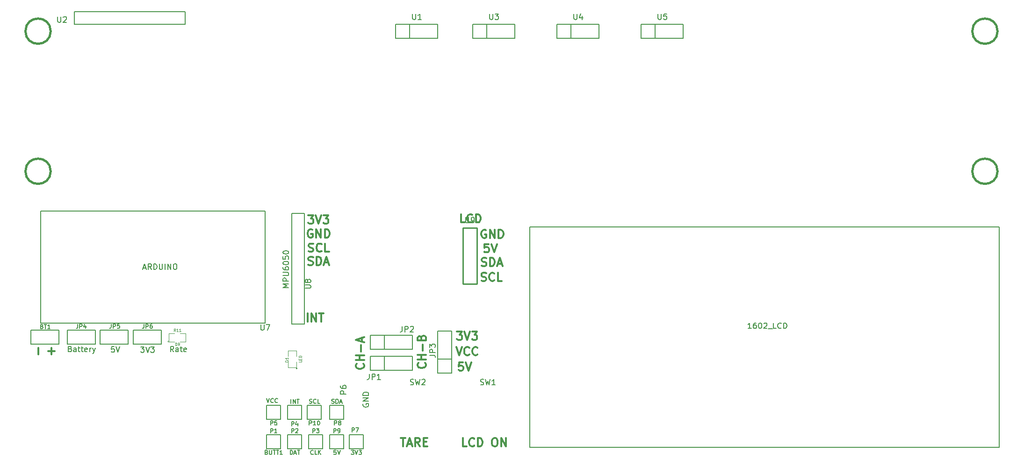
<source format=gto>
G04 (created by PCBNEW (2013-07-07 BZR 4022)-stable) date 2020-03-17 3:52:32 PM*
%MOIN*%
G04 Gerber Fmt 3.4, Leading zero omitted, Abs format*
%FSLAX34Y34*%
G01*
G70*
G90*
G04 APERTURE LIST*
%ADD10C,0.00590551*%
%ADD11C,0.00787402*%
%ADD12C,0.011811*%
%ADD13C,0.015*%
%ADD14C,0.0039*%
%ADD15C,0.006*%
%ADD16C,0.01*%
%ADD17C,0.0043*%
%ADD18C,0.008*%
G04 APERTURE END LIST*
G54D10*
G54D11*
X70662Y-47887D02*
X70531Y-47700D01*
X70437Y-47887D02*
X70437Y-47494D01*
X70587Y-47494D01*
X70625Y-47512D01*
X70643Y-47531D01*
X70662Y-47568D01*
X70662Y-47625D01*
X70643Y-47662D01*
X70625Y-47681D01*
X70587Y-47700D01*
X70437Y-47700D01*
X71000Y-47887D02*
X71000Y-47681D01*
X70981Y-47643D01*
X70943Y-47625D01*
X70868Y-47625D01*
X70831Y-47643D01*
X71000Y-47868D02*
X70962Y-47887D01*
X70868Y-47887D01*
X70831Y-47868D01*
X70812Y-47831D01*
X70812Y-47793D01*
X70831Y-47756D01*
X70868Y-47737D01*
X70962Y-47737D01*
X71000Y-47718D01*
X71131Y-47625D02*
X71281Y-47625D01*
X71187Y-47494D02*
X71187Y-47831D01*
X71206Y-47868D01*
X71243Y-47887D01*
X71281Y-47887D01*
X71562Y-47868D02*
X71524Y-47887D01*
X71449Y-47887D01*
X71412Y-47868D01*
X71393Y-47831D01*
X71393Y-47681D01*
X71412Y-47643D01*
X71449Y-47625D01*
X71524Y-47625D01*
X71562Y-47643D01*
X71581Y-47681D01*
X71581Y-47718D01*
X71393Y-47756D01*
X68323Y-47537D02*
X68567Y-47537D01*
X68436Y-47687D01*
X68492Y-47687D01*
X68529Y-47706D01*
X68548Y-47724D01*
X68567Y-47762D01*
X68567Y-47856D01*
X68548Y-47893D01*
X68529Y-47912D01*
X68492Y-47931D01*
X68379Y-47931D01*
X68342Y-47912D01*
X68323Y-47893D01*
X68679Y-47537D02*
X68811Y-47931D01*
X68942Y-47537D01*
X69035Y-47537D02*
X69279Y-47537D01*
X69148Y-47687D01*
X69204Y-47687D01*
X69242Y-47706D01*
X69260Y-47724D01*
X69279Y-47762D01*
X69279Y-47856D01*
X69260Y-47893D01*
X69242Y-47912D01*
X69204Y-47931D01*
X69092Y-47931D01*
X69054Y-47912D01*
X69035Y-47893D01*
X66436Y-47525D02*
X66249Y-47525D01*
X66230Y-47712D01*
X66249Y-47694D01*
X66286Y-47675D01*
X66380Y-47675D01*
X66418Y-47694D01*
X66436Y-47712D01*
X66455Y-47750D01*
X66455Y-47844D01*
X66436Y-47881D01*
X66418Y-47900D01*
X66380Y-47919D01*
X66286Y-47919D01*
X66249Y-47900D01*
X66230Y-47881D01*
X66568Y-47525D02*
X66699Y-47919D01*
X66830Y-47525D01*
X63282Y-47681D02*
X63339Y-47700D01*
X63357Y-47718D01*
X63376Y-47756D01*
X63376Y-47812D01*
X63357Y-47850D01*
X63339Y-47868D01*
X63301Y-47887D01*
X63151Y-47887D01*
X63151Y-47494D01*
X63282Y-47494D01*
X63320Y-47512D01*
X63339Y-47531D01*
X63357Y-47568D01*
X63357Y-47606D01*
X63339Y-47643D01*
X63320Y-47662D01*
X63282Y-47681D01*
X63151Y-47681D01*
X63714Y-47887D02*
X63714Y-47681D01*
X63695Y-47643D01*
X63657Y-47625D01*
X63582Y-47625D01*
X63545Y-47643D01*
X63714Y-47868D02*
X63676Y-47887D01*
X63582Y-47887D01*
X63545Y-47868D01*
X63526Y-47831D01*
X63526Y-47793D01*
X63545Y-47756D01*
X63582Y-47737D01*
X63676Y-47737D01*
X63714Y-47718D01*
X63845Y-47625D02*
X63995Y-47625D01*
X63901Y-47494D02*
X63901Y-47831D01*
X63920Y-47868D01*
X63957Y-47887D01*
X63995Y-47887D01*
X64070Y-47625D02*
X64220Y-47625D01*
X64126Y-47494D02*
X64126Y-47831D01*
X64145Y-47868D01*
X64182Y-47887D01*
X64220Y-47887D01*
X64501Y-47868D02*
X64464Y-47887D01*
X64389Y-47887D01*
X64351Y-47868D01*
X64332Y-47831D01*
X64332Y-47681D01*
X64351Y-47643D01*
X64389Y-47625D01*
X64464Y-47625D01*
X64501Y-47643D01*
X64520Y-47681D01*
X64520Y-47718D01*
X64332Y-47756D01*
X64688Y-47887D02*
X64688Y-47625D01*
X64688Y-47700D02*
X64707Y-47662D01*
X64726Y-47643D01*
X64763Y-47625D01*
X64801Y-47625D01*
X64895Y-47625D02*
X64988Y-47887D01*
X65082Y-47625D02*
X64988Y-47887D01*
X64951Y-47981D01*
X64932Y-48000D01*
X64895Y-48018D01*
G54D12*
X86850Y-54038D02*
X87187Y-54038D01*
X87019Y-54628D02*
X87019Y-54038D01*
X87356Y-54460D02*
X87637Y-54460D01*
X87300Y-54628D02*
X87497Y-54038D01*
X87694Y-54628D01*
X88228Y-54628D02*
X88031Y-54347D01*
X87890Y-54628D02*
X87890Y-54038D01*
X88115Y-54038D01*
X88172Y-54066D01*
X88200Y-54094D01*
X88228Y-54150D01*
X88228Y-54235D01*
X88200Y-54291D01*
X88172Y-54319D01*
X88115Y-54347D01*
X87890Y-54347D01*
X88481Y-54319D02*
X88678Y-54319D01*
X88762Y-54628D02*
X88481Y-54628D01*
X88481Y-54038D01*
X88762Y-54038D01*
X91567Y-54644D02*
X91286Y-54644D01*
X91286Y-54053D01*
X92101Y-54588D02*
X92073Y-54616D01*
X91989Y-54644D01*
X91933Y-54644D01*
X91848Y-54616D01*
X91792Y-54560D01*
X91764Y-54503D01*
X91736Y-54391D01*
X91736Y-54307D01*
X91764Y-54194D01*
X91792Y-54138D01*
X91848Y-54082D01*
X91933Y-54053D01*
X91989Y-54053D01*
X92073Y-54082D01*
X92101Y-54110D01*
X92354Y-54644D02*
X92354Y-54053D01*
X92495Y-54053D01*
X92579Y-54082D01*
X92636Y-54138D01*
X92664Y-54194D01*
X92692Y-54307D01*
X92692Y-54391D01*
X92664Y-54503D01*
X92636Y-54560D01*
X92579Y-54616D01*
X92495Y-54644D01*
X92354Y-54644D01*
X93507Y-54053D02*
X93620Y-54053D01*
X93676Y-54082D01*
X93732Y-54138D01*
X93760Y-54250D01*
X93760Y-54447D01*
X93732Y-54560D01*
X93676Y-54616D01*
X93620Y-54644D01*
X93507Y-54644D01*
X93451Y-54616D01*
X93395Y-54560D01*
X93367Y-54447D01*
X93367Y-54250D01*
X93395Y-54138D01*
X93451Y-54082D01*
X93507Y-54053D01*
X94014Y-54644D02*
X94014Y-54053D01*
X94351Y-54644D01*
X94351Y-54053D01*
X90812Y-47548D02*
X91009Y-48139D01*
X91206Y-47548D01*
X91740Y-48082D02*
X91712Y-48110D01*
X91628Y-48139D01*
X91571Y-48139D01*
X91487Y-48110D01*
X91431Y-48054D01*
X91403Y-47998D01*
X91375Y-47885D01*
X91375Y-47801D01*
X91403Y-47689D01*
X91431Y-47632D01*
X91487Y-47576D01*
X91571Y-47548D01*
X91628Y-47548D01*
X91712Y-47576D01*
X91740Y-47604D01*
X92331Y-48082D02*
X92303Y-48110D01*
X92218Y-48139D01*
X92162Y-48139D01*
X92078Y-48110D01*
X92021Y-48054D01*
X91993Y-47998D01*
X91965Y-47885D01*
X91965Y-47801D01*
X91993Y-47689D01*
X92021Y-47632D01*
X92078Y-47576D01*
X92162Y-47548D01*
X92218Y-47548D01*
X92303Y-47576D01*
X92331Y-47604D01*
X61014Y-48063D02*
X61014Y-47613D01*
X61958Y-48063D02*
X61958Y-47613D01*
X62183Y-47838D02*
X61733Y-47838D01*
X91287Y-48648D02*
X91006Y-48648D01*
X90978Y-48929D01*
X91006Y-48901D01*
X91062Y-48873D01*
X91203Y-48873D01*
X91259Y-48901D01*
X91287Y-48929D01*
X91315Y-48985D01*
X91315Y-49126D01*
X91287Y-49182D01*
X91259Y-49210D01*
X91203Y-49239D01*
X91062Y-49239D01*
X91006Y-49210D01*
X90978Y-49182D01*
X91484Y-48648D02*
X91681Y-49239D01*
X91878Y-48648D01*
X90868Y-46448D02*
X91234Y-46448D01*
X91037Y-46673D01*
X91121Y-46673D01*
X91178Y-46701D01*
X91206Y-46729D01*
X91234Y-46785D01*
X91234Y-46926D01*
X91206Y-46982D01*
X91178Y-47010D01*
X91121Y-47039D01*
X90953Y-47039D01*
X90896Y-47010D01*
X90868Y-46982D01*
X91403Y-46448D02*
X91600Y-47039D01*
X91796Y-46448D01*
X91937Y-46448D02*
X92303Y-46448D01*
X92106Y-46673D01*
X92190Y-46673D01*
X92246Y-46701D01*
X92274Y-46729D01*
X92303Y-46785D01*
X92303Y-46926D01*
X92274Y-46982D01*
X92246Y-47010D01*
X92190Y-47039D01*
X92021Y-47039D01*
X91965Y-47010D01*
X91937Y-46982D01*
X88582Y-48687D02*
X88610Y-48715D01*
X88639Y-48799D01*
X88639Y-48856D01*
X88610Y-48940D01*
X88554Y-48996D01*
X88498Y-49024D01*
X88385Y-49052D01*
X88301Y-49052D01*
X88189Y-49024D01*
X88132Y-48996D01*
X88076Y-48940D01*
X88048Y-48856D01*
X88048Y-48799D01*
X88076Y-48715D01*
X88104Y-48687D01*
X88639Y-48434D02*
X88048Y-48434D01*
X88329Y-48434D02*
X88329Y-48096D01*
X88639Y-48096D02*
X88048Y-48096D01*
X88414Y-47815D02*
X88414Y-47365D01*
X88329Y-46887D02*
X88357Y-46803D01*
X88385Y-46775D01*
X88442Y-46747D01*
X88526Y-46747D01*
X88582Y-46775D01*
X88610Y-46803D01*
X88639Y-46859D01*
X88639Y-47084D01*
X88048Y-47084D01*
X88048Y-46887D01*
X88076Y-46831D01*
X88104Y-46803D01*
X88160Y-46775D01*
X88217Y-46775D01*
X88273Y-46803D01*
X88301Y-46831D01*
X88329Y-46887D01*
X88329Y-47084D01*
X84182Y-48745D02*
X84210Y-48773D01*
X84239Y-48857D01*
X84239Y-48913D01*
X84210Y-48998D01*
X84154Y-49054D01*
X84098Y-49082D01*
X83985Y-49110D01*
X83901Y-49110D01*
X83789Y-49082D01*
X83732Y-49054D01*
X83676Y-48998D01*
X83648Y-48913D01*
X83648Y-48857D01*
X83676Y-48773D01*
X83704Y-48745D01*
X84239Y-48492D02*
X83648Y-48492D01*
X83929Y-48492D02*
X83929Y-48154D01*
X84239Y-48154D02*
X83648Y-48154D01*
X84014Y-47873D02*
X84014Y-47423D01*
X84070Y-47170D02*
X84070Y-46889D01*
X84239Y-47226D02*
X83648Y-47029D01*
X84239Y-46832D01*
X80215Y-45739D02*
X80215Y-45148D01*
X80496Y-45739D02*
X80496Y-45148D01*
X80834Y-45739D01*
X80834Y-45148D01*
X81031Y-45148D02*
X81368Y-45148D01*
X81199Y-45739D02*
X81199Y-45148D01*
X80281Y-40722D02*
X80365Y-40750D01*
X80506Y-40750D01*
X80562Y-40722D01*
X80590Y-40694D01*
X80618Y-40638D01*
X80618Y-40582D01*
X80590Y-40525D01*
X80562Y-40497D01*
X80506Y-40469D01*
X80393Y-40441D01*
X80337Y-40413D01*
X80309Y-40385D01*
X80281Y-40329D01*
X80281Y-40272D01*
X80309Y-40216D01*
X80337Y-40188D01*
X80393Y-40160D01*
X80534Y-40160D01*
X80618Y-40188D01*
X81209Y-40694D02*
X81181Y-40722D01*
X81096Y-40750D01*
X81040Y-40750D01*
X80956Y-40722D01*
X80899Y-40666D01*
X80871Y-40610D01*
X80843Y-40497D01*
X80843Y-40413D01*
X80871Y-40300D01*
X80899Y-40244D01*
X80956Y-40188D01*
X81040Y-40160D01*
X81096Y-40160D01*
X81181Y-40188D01*
X81209Y-40216D01*
X81743Y-40750D02*
X81462Y-40750D01*
X81462Y-40160D01*
X80267Y-41667D02*
X80351Y-41695D01*
X80492Y-41695D01*
X80548Y-41667D01*
X80576Y-41639D01*
X80604Y-41583D01*
X80604Y-41526D01*
X80576Y-41470D01*
X80548Y-41442D01*
X80492Y-41414D01*
X80379Y-41386D01*
X80323Y-41358D01*
X80295Y-41330D01*
X80267Y-41273D01*
X80267Y-41217D01*
X80295Y-41161D01*
X80323Y-41133D01*
X80379Y-41105D01*
X80520Y-41105D01*
X80604Y-41133D01*
X80857Y-41695D02*
X80857Y-41105D01*
X80998Y-41105D01*
X81082Y-41133D01*
X81138Y-41189D01*
X81167Y-41245D01*
X81195Y-41358D01*
X81195Y-41442D01*
X81167Y-41555D01*
X81138Y-41611D01*
X81082Y-41667D01*
X80998Y-41695D01*
X80857Y-41695D01*
X81420Y-41526D02*
X81701Y-41526D01*
X81363Y-41695D02*
X81560Y-41105D01*
X81757Y-41695D01*
X80550Y-39176D02*
X80493Y-39148D01*
X80409Y-39148D01*
X80325Y-39176D01*
X80268Y-39232D01*
X80240Y-39289D01*
X80212Y-39401D01*
X80212Y-39485D01*
X80240Y-39598D01*
X80268Y-39654D01*
X80325Y-39710D01*
X80409Y-39739D01*
X80465Y-39739D01*
X80550Y-39710D01*
X80578Y-39682D01*
X80578Y-39485D01*
X80465Y-39485D01*
X80831Y-39739D02*
X80831Y-39148D01*
X81168Y-39739D01*
X81168Y-39148D01*
X81449Y-39739D02*
X81449Y-39148D01*
X81590Y-39148D01*
X81674Y-39176D01*
X81731Y-39232D01*
X81759Y-39289D01*
X81787Y-39401D01*
X81787Y-39485D01*
X81759Y-39598D01*
X81731Y-39654D01*
X81674Y-39710D01*
X81590Y-39739D01*
X81449Y-39739D01*
X80268Y-38148D02*
X80634Y-38148D01*
X80437Y-38373D01*
X80521Y-38373D01*
X80578Y-38401D01*
X80606Y-38429D01*
X80634Y-38485D01*
X80634Y-38626D01*
X80606Y-38682D01*
X80578Y-38710D01*
X80521Y-38739D01*
X80353Y-38739D01*
X80296Y-38710D01*
X80268Y-38682D01*
X80803Y-38148D02*
X81000Y-38739D01*
X81196Y-38148D01*
X81337Y-38148D02*
X81703Y-38148D01*
X81506Y-38373D01*
X81590Y-38373D01*
X81646Y-38401D01*
X81674Y-38429D01*
X81703Y-38485D01*
X81703Y-38626D01*
X81674Y-38682D01*
X81646Y-38710D01*
X81590Y-38739D01*
X81421Y-38739D01*
X81365Y-38710D01*
X81337Y-38682D01*
X91432Y-38659D02*
X91151Y-38659D01*
X91151Y-38068D01*
X91966Y-38602D02*
X91938Y-38630D01*
X91854Y-38659D01*
X91797Y-38659D01*
X91713Y-38630D01*
X91657Y-38574D01*
X91629Y-38518D01*
X91600Y-38405D01*
X91600Y-38321D01*
X91629Y-38209D01*
X91657Y-38152D01*
X91713Y-38096D01*
X91797Y-38068D01*
X91854Y-38068D01*
X91938Y-38096D01*
X91966Y-38124D01*
X92219Y-38659D02*
X92219Y-38068D01*
X92360Y-38068D01*
X92444Y-38096D01*
X92500Y-38152D01*
X92528Y-38209D01*
X92557Y-38321D01*
X92557Y-38405D01*
X92528Y-38518D01*
X92500Y-38574D01*
X92444Y-38630D01*
X92360Y-38659D01*
X92219Y-38659D01*
X92935Y-39204D02*
X92879Y-39176D01*
X92795Y-39176D01*
X92710Y-39204D01*
X92654Y-39260D01*
X92626Y-39316D01*
X92598Y-39429D01*
X92598Y-39513D01*
X92626Y-39625D01*
X92654Y-39682D01*
X92710Y-39738D01*
X92795Y-39766D01*
X92851Y-39766D01*
X92935Y-39738D01*
X92964Y-39710D01*
X92964Y-39513D01*
X92851Y-39513D01*
X93217Y-39766D02*
X93217Y-39176D01*
X93554Y-39766D01*
X93554Y-39176D01*
X93835Y-39766D02*
X93835Y-39176D01*
X93976Y-39176D01*
X94060Y-39204D01*
X94116Y-39260D01*
X94145Y-39316D01*
X94173Y-39429D01*
X94173Y-39513D01*
X94145Y-39625D01*
X94116Y-39682D01*
X94060Y-39738D01*
X93976Y-39766D01*
X93835Y-39766D01*
X93115Y-40199D02*
X92834Y-40199D01*
X92806Y-40480D01*
X92834Y-40452D01*
X92890Y-40424D01*
X93031Y-40424D01*
X93087Y-40452D01*
X93115Y-40480D01*
X93143Y-40537D01*
X93143Y-40677D01*
X93115Y-40733D01*
X93087Y-40762D01*
X93031Y-40790D01*
X92890Y-40790D01*
X92834Y-40762D01*
X92806Y-40733D01*
X93312Y-40199D02*
X93509Y-40790D01*
X93706Y-40199D01*
X92604Y-42809D02*
X92688Y-42837D01*
X92829Y-42837D01*
X92885Y-42809D01*
X92913Y-42781D01*
X92941Y-42724D01*
X92941Y-42668D01*
X92913Y-42612D01*
X92885Y-42584D01*
X92829Y-42556D01*
X92716Y-42528D01*
X92660Y-42500D01*
X92632Y-42471D01*
X92604Y-42415D01*
X92604Y-42359D01*
X92632Y-42303D01*
X92660Y-42275D01*
X92716Y-42246D01*
X92857Y-42246D01*
X92941Y-42275D01*
X93532Y-42781D02*
X93503Y-42809D01*
X93419Y-42837D01*
X93363Y-42837D01*
X93278Y-42809D01*
X93222Y-42753D01*
X93194Y-42696D01*
X93166Y-42584D01*
X93166Y-42500D01*
X93194Y-42387D01*
X93222Y-42331D01*
X93278Y-42275D01*
X93363Y-42246D01*
X93419Y-42246D01*
X93503Y-42275D01*
X93532Y-42303D01*
X94066Y-42837D02*
X93785Y-42837D01*
X93785Y-42246D01*
X92629Y-41746D02*
X92713Y-41774D01*
X92854Y-41774D01*
X92910Y-41746D01*
X92938Y-41718D01*
X92966Y-41661D01*
X92966Y-41605D01*
X92938Y-41549D01*
X92910Y-41521D01*
X92854Y-41493D01*
X92741Y-41465D01*
X92685Y-41437D01*
X92657Y-41408D01*
X92629Y-41352D01*
X92629Y-41296D01*
X92657Y-41240D01*
X92685Y-41212D01*
X92741Y-41183D01*
X92882Y-41183D01*
X92966Y-41212D01*
X93219Y-41774D02*
X93219Y-41183D01*
X93360Y-41183D01*
X93444Y-41212D01*
X93501Y-41268D01*
X93529Y-41324D01*
X93557Y-41437D01*
X93557Y-41521D01*
X93529Y-41633D01*
X93501Y-41690D01*
X93444Y-41746D01*
X93360Y-41774D01*
X93219Y-41774D01*
X93782Y-41605D02*
X94063Y-41605D01*
X93726Y-41774D02*
X93922Y-41183D01*
X94119Y-41774D01*
G54D13*
X61900Y-25000D02*
G75*
G03X61900Y-25000I-900J0D01*
G74*
G01*
X61900Y-35000D02*
G75*
G03X61900Y-35000I-900J0D01*
G74*
G01*
X129400Y-25000D02*
G75*
G03X129400Y-25000I-900J0D01*
G74*
G01*
X129400Y-35000D02*
G75*
G03X129400Y-35000I-900J0D01*
G74*
G01*
G54D14*
X79483Y-49075D02*
G75*
G03X79483Y-49075I-50J0D01*
G74*
G01*
X79433Y-48625D02*
X79433Y-49025D01*
X79433Y-49025D02*
X78833Y-49025D01*
X78833Y-49025D02*
X78833Y-48625D01*
X78833Y-48225D02*
X78833Y-47825D01*
X78833Y-47825D02*
X79433Y-47825D01*
X79433Y-47825D02*
X79433Y-48225D01*
G54D15*
X84700Y-49200D02*
X84700Y-48200D01*
X84700Y-48200D02*
X87700Y-48200D01*
X87700Y-48200D02*
X87700Y-49200D01*
X87700Y-49200D02*
X84700Y-49200D01*
X85700Y-48200D02*
X85700Y-49200D01*
X84700Y-47700D02*
X84700Y-46700D01*
X84700Y-46700D02*
X87700Y-46700D01*
X87700Y-46700D02*
X87700Y-47700D01*
X87700Y-47700D02*
X84700Y-47700D01*
X85700Y-46700D02*
X85700Y-47700D01*
X90500Y-49400D02*
X89500Y-49400D01*
X89500Y-49400D02*
X89500Y-46400D01*
X89500Y-46400D02*
X90500Y-46400D01*
X90500Y-46400D02*
X90500Y-49400D01*
X89500Y-48400D02*
X90500Y-48400D01*
X62500Y-46350D02*
X62500Y-47350D01*
X62500Y-47350D02*
X60500Y-47350D01*
X60500Y-47350D02*
X60500Y-46350D01*
X60500Y-46350D02*
X62500Y-46350D01*
G54D10*
X77200Y-45850D02*
X61200Y-45850D01*
X61200Y-45850D02*
X61200Y-37850D01*
X61200Y-37850D02*
X77200Y-37850D01*
X77200Y-37850D02*
X77200Y-45850D01*
X79100Y-45900D02*
X80000Y-45900D01*
X80000Y-45900D02*
X80000Y-38000D01*
X80000Y-38000D02*
X79100Y-38000D01*
X79100Y-38000D02*
X79100Y-38100D01*
X79100Y-45900D02*
X79100Y-38100D01*
G54D16*
X91280Y-43030D02*
X91280Y-39030D01*
X92280Y-43030D02*
X92280Y-39030D01*
X92280Y-39030D02*
X91280Y-39030D01*
X91280Y-43030D02*
X92280Y-43030D01*
G54D15*
X86500Y-25500D02*
X86500Y-24500D01*
X86500Y-24500D02*
X89500Y-24500D01*
X89500Y-24500D02*
X89500Y-25500D01*
X89500Y-25500D02*
X86500Y-25500D01*
X87500Y-24500D02*
X87500Y-25500D01*
X92000Y-25500D02*
X92000Y-24500D01*
X92000Y-24500D02*
X95000Y-24500D01*
X95000Y-24500D02*
X95000Y-25500D01*
X95000Y-25500D02*
X92000Y-25500D01*
X93000Y-24500D02*
X93000Y-25500D01*
X98000Y-25500D02*
X98000Y-24500D01*
X98000Y-24500D02*
X101000Y-24500D01*
X101000Y-24500D02*
X101000Y-25500D01*
X101000Y-25500D02*
X98000Y-25500D01*
X99000Y-24500D02*
X99000Y-25500D01*
X104000Y-25500D02*
X104000Y-24500D01*
X104000Y-24500D02*
X107000Y-24500D01*
X107000Y-24500D02*
X107000Y-25500D01*
X107000Y-25500D02*
X104000Y-25500D01*
X105000Y-24500D02*
X105000Y-25500D01*
X79800Y-54800D02*
X78800Y-54800D01*
X78800Y-53800D02*
X79800Y-53800D01*
X78800Y-54800D02*
X78800Y-53800D01*
X79800Y-53800D02*
X79800Y-54800D01*
X81300Y-54800D02*
X80300Y-54800D01*
X80300Y-53800D02*
X81300Y-53800D01*
X80300Y-54800D02*
X80300Y-53800D01*
X81300Y-53800D02*
X81300Y-54800D01*
X78300Y-52700D02*
X77300Y-52700D01*
X77300Y-51700D02*
X78300Y-51700D01*
X77300Y-52700D02*
X77300Y-51700D01*
X78300Y-51700D02*
X78300Y-52700D01*
X81200Y-52700D02*
X80200Y-52700D01*
X80200Y-51700D02*
X81200Y-51700D01*
X80200Y-52700D02*
X80200Y-51700D01*
X81200Y-51700D02*
X81200Y-52700D01*
X82800Y-52700D02*
X81800Y-52700D01*
X81800Y-51700D02*
X82800Y-51700D01*
X81800Y-52700D02*
X81800Y-51700D01*
X82800Y-51700D02*
X82800Y-52700D01*
X78300Y-54800D02*
X77300Y-54800D01*
X77300Y-53800D02*
X78300Y-53800D01*
X77300Y-54800D02*
X77300Y-53800D01*
X78300Y-53800D02*
X78300Y-54800D01*
X82800Y-54800D02*
X81800Y-54800D01*
X81800Y-53800D02*
X82800Y-53800D01*
X81800Y-54800D02*
X81800Y-53800D01*
X82800Y-53800D02*
X82800Y-54800D01*
X79800Y-52700D02*
X78800Y-52700D01*
X78800Y-51700D02*
X79800Y-51700D01*
X78800Y-52700D02*
X78800Y-51700D01*
X79800Y-51700D02*
X79800Y-52700D01*
X84200Y-54800D02*
X83200Y-54800D01*
X83200Y-53800D02*
X84200Y-53800D01*
X83200Y-54800D02*
X83200Y-53800D01*
X84200Y-53800D02*
X84200Y-54800D01*
G54D10*
X63600Y-23600D02*
X63600Y-24500D01*
X63600Y-24500D02*
X71500Y-24500D01*
X71500Y-24500D02*
X71500Y-23600D01*
X71500Y-23600D02*
X71400Y-23600D01*
X63600Y-23600D02*
X71400Y-23600D01*
X96062Y-38976D02*
X129527Y-38976D01*
X129527Y-38976D02*
X129527Y-54724D01*
X129527Y-54724D02*
X96062Y-54724D01*
X96062Y-54724D02*
X96062Y-38976D01*
G54D15*
X67797Y-47344D02*
X67797Y-46344D01*
X67797Y-46344D02*
X69797Y-46344D01*
X69797Y-46344D02*
X69797Y-47344D01*
X69797Y-47344D02*
X67797Y-47344D01*
X65435Y-47344D02*
X65435Y-46344D01*
X65435Y-46344D02*
X67435Y-46344D01*
X67435Y-46344D02*
X67435Y-47344D01*
X67435Y-47344D02*
X65435Y-47344D01*
X63073Y-47344D02*
X63073Y-46344D01*
X63073Y-46344D02*
X65073Y-46344D01*
X65073Y-46344D02*
X65073Y-47344D01*
X65073Y-47344D02*
X63073Y-47344D01*
G54D14*
X70330Y-47160D02*
G75*
G03X70330Y-47160I-50J0D01*
G74*
G01*
X70730Y-47160D02*
X70330Y-47160D01*
X70330Y-47160D02*
X70330Y-46560D01*
X70330Y-46560D02*
X70730Y-46560D01*
X71130Y-46560D02*
X71530Y-46560D01*
X71530Y-46560D02*
X71530Y-47160D01*
X71530Y-47160D02*
X71130Y-47160D01*
G54D10*
X92542Y-50230D02*
X92598Y-50249D01*
X92692Y-50249D01*
X92729Y-50230D01*
X92748Y-50212D01*
X92767Y-50174D01*
X92767Y-50137D01*
X92748Y-50099D01*
X92729Y-50080D01*
X92692Y-50062D01*
X92617Y-50043D01*
X92579Y-50024D01*
X92561Y-50005D01*
X92542Y-49968D01*
X92542Y-49930D01*
X92561Y-49893D01*
X92579Y-49874D01*
X92617Y-49855D01*
X92711Y-49855D01*
X92767Y-49874D01*
X92898Y-49855D02*
X92992Y-50249D01*
X93067Y-49968D01*
X93142Y-50249D01*
X93236Y-49855D01*
X93592Y-50249D02*
X93367Y-50249D01*
X93479Y-50249D02*
X93479Y-49855D01*
X93442Y-49912D01*
X93404Y-49949D01*
X93367Y-49968D01*
X87542Y-50230D02*
X87598Y-50249D01*
X87692Y-50249D01*
X87729Y-50230D01*
X87748Y-50212D01*
X87767Y-50174D01*
X87767Y-50137D01*
X87748Y-50099D01*
X87729Y-50080D01*
X87692Y-50062D01*
X87617Y-50043D01*
X87579Y-50024D01*
X87561Y-50005D01*
X87542Y-49968D01*
X87542Y-49930D01*
X87561Y-49893D01*
X87579Y-49874D01*
X87617Y-49855D01*
X87711Y-49855D01*
X87767Y-49874D01*
X87898Y-49855D02*
X87992Y-50249D01*
X88067Y-49968D01*
X88142Y-50249D01*
X88236Y-49855D01*
X88367Y-49893D02*
X88386Y-49874D01*
X88423Y-49855D01*
X88517Y-49855D01*
X88554Y-49874D01*
X88573Y-49893D01*
X88592Y-49930D01*
X88592Y-49968D01*
X88573Y-50024D01*
X88348Y-50249D01*
X88592Y-50249D01*
G54D17*
X78829Y-48595D02*
X78632Y-48595D01*
X78632Y-48548D01*
X78642Y-48520D01*
X78660Y-48501D01*
X78679Y-48492D01*
X78717Y-48482D01*
X78745Y-48482D01*
X78782Y-48492D01*
X78801Y-48501D01*
X78820Y-48520D01*
X78829Y-48548D01*
X78829Y-48595D01*
X78829Y-48295D02*
X78829Y-48407D01*
X78829Y-48351D02*
X78632Y-48351D01*
X78660Y-48370D01*
X78679Y-48389D01*
X78689Y-48407D01*
X79779Y-48526D02*
X79779Y-48620D01*
X79582Y-48620D01*
X79676Y-48460D02*
X79676Y-48395D01*
X79779Y-48367D02*
X79779Y-48460D01*
X79582Y-48460D01*
X79582Y-48367D01*
X79779Y-48282D02*
X79582Y-48282D01*
X79582Y-48235D01*
X79592Y-48207D01*
X79610Y-48188D01*
X79629Y-48179D01*
X79667Y-48170D01*
X79695Y-48170D01*
X79732Y-48179D01*
X79751Y-48188D01*
X79770Y-48207D01*
X79779Y-48235D01*
X79779Y-48282D01*
G54D15*
X84616Y-49461D02*
X84616Y-49747D01*
X84597Y-49804D01*
X84559Y-49842D01*
X84502Y-49861D01*
X84464Y-49861D01*
X84807Y-49861D02*
X84807Y-49461D01*
X84959Y-49461D01*
X84997Y-49480D01*
X85016Y-49500D01*
X85035Y-49538D01*
X85035Y-49595D01*
X85016Y-49633D01*
X84997Y-49652D01*
X84959Y-49671D01*
X84807Y-49671D01*
X85416Y-49861D02*
X85188Y-49861D01*
X85302Y-49861D02*
X85302Y-49461D01*
X85264Y-49519D01*
X85226Y-49557D01*
X85188Y-49576D01*
X86966Y-46061D02*
X86966Y-46347D01*
X86947Y-46404D01*
X86909Y-46442D01*
X86852Y-46461D01*
X86814Y-46461D01*
X87157Y-46461D02*
X87157Y-46061D01*
X87309Y-46061D01*
X87347Y-46080D01*
X87366Y-46100D01*
X87385Y-46138D01*
X87385Y-46195D01*
X87366Y-46233D01*
X87347Y-46252D01*
X87309Y-46271D01*
X87157Y-46271D01*
X87538Y-46100D02*
X87557Y-46080D01*
X87595Y-46061D01*
X87690Y-46061D01*
X87728Y-46080D01*
X87747Y-46100D01*
X87766Y-46138D01*
X87766Y-46176D01*
X87747Y-46233D01*
X87519Y-46461D01*
X87766Y-46461D01*
X88911Y-48133D02*
X89197Y-48133D01*
X89254Y-48152D01*
X89292Y-48190D01*
X89311Y-48247D01*
X89311Y-48285D01*
X89311Y-47942D02*
X88911Y-47942D01*
X88911Y-47790D01*
X88930Y-47752D01*
X88950Y-47733D01*
X88988Y-47714D01*
X89045Y-47714D01*
X89083Y-47733D01*
X89102Y-47752D01*
X89121Y-47790D01*
X89121Y-47942D01*
X88911Y-47580D02*
X88911Y-47333D01*
X89064Y-47466D01*
X89064Y-47409D01*
X89083Y-47371D01*
X89102Y-47352D01*
X89140Y-47333D01*
X89235Y-47333D01*
X89273Y-47352D01*
X89292Y-47371D01*
X89311Y-47409D01*
X89311Y-47523D01*
X89292Y-47561D01*
X89273Y-47580D01*
X61276Y-46074D02*
X61318Y-46088D01*
X61333Y-46103D01*
X61347Y-46131D01*
X61347Y-46174D01*
X61333Y-46203D01*
X61318Y-46217D01*
X61290Y-46231D01*
X61176Y-46231D01*
X61176Y-45931D01*
X61276Y-45931D01*
X61304Y-45945D01*
X61318Y-45960D01*
X61333Y-45988D01*
X61333Y-46017D01*
X61318Y-46045D01*
X61304Y-46060D01*
X61276Y-46074D01*
X61176Y-46074D01*
X61433Y-45931D02*
X61604Y-45931D01*
X61518Y-46231D02*
X61518Y-45931D01*
X61861Y-46231D02*
X61690Y-46231D01*
X61776Y-46231D02*
X61776Y-45931D01*
X61747Y-45974D01*
X61718Y-46003D01*
X61690Y-46017D01*
G54D10*
X76880Y-45946D02*
X76880Y-46265D01*
X76899Y-46302D01*
X76917Y-46321D01*
X76955Y-46340D01*
X77030Y-46340D01*
X77067Y-46321D01*
X77086Y-46302D01*
X77105Y-46265D01*
X77105Y-45946D01*
X77255Y-45946D02*
X77517Y-45946D01*
X77349Y-46340D01*
X68500Y-41896D02*
X68687Y-41896D01*
X68462Y-42009D02*
X68593Y-41615D01*
X68725Y-42009D01*
X69081Y-42009D02*
X68950Y-41821D01*
X68856Y-42009D02*
X68856Y-41615D01*
X69006Y-41615D01*
X69043Y-41634D01*
X69062Y-41653D01*
X69081Y-41690D01*
X69081Y-41746D01*
X69062Y-41784D01*
X69043Y-41803D01*
X69006Y-41821D01*
X68856Y-41821D01*
X69250Y-42009D02*
X69250Y-41615D01*
X69343Y-41615D01*
X69400Y-41634D01*
X69437Y-41671D01*
X69456Y-41709D01*
X69475Y-41784D01*
X69475Y-41840D01*
X69456Y-41915D01*
X69437Y-41953D01*
X69400Y-41990D01*
X69343Y-42009D01*
X69250Y-42009D01*
X69643Y-41615D02*
X69643Y-41934D01*
X69662Y-41971D01*
X69681Y-41990D01*
X69718Y-42009D01*
X69793Y-42009D01*
X69831Y-41990D01*
X69849Y-41971D01*
X69868Y-41934D01*
X69868Y-41615D01*
X70056Y-42009D02*
X70056Y-41615D01*
X70243Y-42009D02*
X70243Y-41615D01*
X70468Y-42009D01*
X70468Y-41615D01*
X70731Y-41615D02*
X70806Y-41615D01*
X70843Y-41634D01*
X70881Y-41671D01*
X70899Y-41746D01*
X70899Y-41878D01*
X70881Y-41953D01*
X70843Y-41990D01*
X70806Y-42009D01*
X70731Y-42009D01*
X70693Y-41990D01*
X70656Y-41953D01*
X70637Y-41878D01*
X70637Y-41746D01*
X70656Y-41671D01*
X70693Y-41634D01*
X70731Y-41615D01*
G54D18*
X80041Y-43354D02*
X80365Y-43354D01*
X80403Y-43335D01*
X80422Y-43316D01*
X80441Y-43278D01*
X80441Y-43202D01*
X80422Y-43164D01*
X80403Y-43145D01*
X80365Y-43126D01*
X80041Y-43126D01*
X80213Y-42878D02*
X80194Y-42916D01*
X80175Y-42935D01*
X80137Y-42954D01*
X80118Y-42954D01*
X80080Y-42935D01*
X80060Y-42916D01*
X80041Y-42878D01*
X80041Y-42802D01*
X80060Y-42764D01*
X80080Y-42745D01*
X80118Y-42726D01*
X80137Y-42726D01*
X80175Y-42745D01*
X80194Y-42764D01*
X80213Y-42802D01*
X80213Y-42878D01*
X80232Y-42916D01*
X80251Y-42935D01*
X80289Y-42954D01*
X80365Y-42954D01*
X80403Y-42935D01*
X80422Y-42916D01*
X80441Y-42878D01*
X80441Y-42802D01*
X80422Y-42764D01*
X80403Y-42745D01*
X80365Y-42726D01*
X80289Y-42726D01*
X80251Y-42745D01*
X80232Y-42764D01*
X80213Y-42802D01*
X78861Y-43304D02*
X78461Y-43304D01*
X78747Y-43171D01*
X78461Y-43038D01*
X78861Y-43038D01*
X78861Y-42847D02*
X78461Y-42847D01*
X78461Y-42695D01*
X78480Y-42657D01*
X78500Y-42638D01*
X78538Y-42619D01*
X78595Y-42619D01*
X78633Y-42638D01*
X78652Y-42657D01*
X78671Y-42695D01*
X78671Y-42847D01*
X78461Y-42447D02*
X78785Y-42447D01*
X78823Y-42428D01*
X78842Y-42409D01*
X78861Y-42371D01*
X78861Y-42295D01*
X78842Y-42257D01*
X78823Y-42238D01*
X78785Y-42219D01*
X78461Y-42219D01*
X78461Y-41857D02*
X78461Y-41933D01*
X78480Y-41971D01*
X78500Y-41990D01*
X78557Y-42028D01*
X78633Y-42047D01*
X78785Y-42047D01*
X78823Y-42028D01*
X78842Y-42009D01*
X78861Y-41971D01*
X78861Y-41895D01*
X78842Y-41857D01*
X78823Y-41838D01*
X78785Y-41819D01*
X78690Y-41819D01*
X78652Y-41838D01*
X78633Y-41857D01*
X78614Y-41895D01*
X78614Y-41971D01*
X78633Y-42009D01*
X78652Y-42028D01*
X78690Y-42047D01*
X78461Y-41571D02*
X78461Y-41533D01*
X78480Y-41495D01*
X78500Y-41476D01*
X78538Y-41457D01*
X78614Y-41438D01*
X78709Y-41438D01*
X78785Y-41457D01*
X78823Y-41476D01*
X78842Y-41495D01*
X78861Y-41533D01*
X78861Y-41571D01*
X78842Y-41609D01*
X78823Y-41628D01*
X78785Y-41647D01*
X78709Y-41666D01*
X78614Y-41666D01*
X78538Y-41647D01*
X78500Y-41628D01*
X78480Y-41609D01*
X78461Y-41571D01*
X78461Y-41076D02*
X78461Y-41266D01*
X78652Y-41285D01*
X78633Y-41266D01*
X78614Y-41228D01*
X78614Y-41133D01*
X78633Y-41095D01*
X78652Y-41076D01*
X78690Y-41057D01*
X78785Y-41057D01*
X78823Y-41076D01*
X78842Y-41095D01*
X78861Y-41133D01*
X78861Y-41228D01*
X78842Y-41266D01*
X78823Y-41285D01*
X78461Y-40809D02*
X78461Y-40771D01*
X78480Y-40733D01*
X78500Y-40714D01*
X78538Y-40695D01*
X78614Y-40676D01*
X78709Y-40676D01*
X78785Y-40695D01*
X78823Y-40714D01*
X78842Y-40733D01*
X78861Y-40771D01*
X78861Y-40809D01*
X78842Y-40847D01*
X78823Y-40866D01*
X78785Y-40885D01*
X78709Y-40904D01*
X78614Y-40904D01*
X78538Y-40885D01*
X78500Y-40866D01*
X78480Y-40847D01*
X78461Y-40809D01*
X91475Y-38291D02*
X91475Y-38615D01*
X91494Y-38653D01*
X91513Y-38672D01*
X91551Y-38691D01*
X91627Y-38691D01*
X91665Y-38672D01*
X91684Y-38653D01*
X91703Y-38615D01*
X91703Y-38291D01*
X91913Y-38691D02*
X91989Y-38691D01*
X92027Y-38672D01*
X92046Y-38653D01*
X92084Y-38596D01*
X92103Y-38520D01*
X92103Y-38368D01*
X92084Y-38330D01*
X92065Y-38310D01*
X92027Y-38291D01*
X91951Y-38291D01*
X91913Y-38310D01*
X91894Y-38330D01*
X91875Y-38368D01*
X91875Y-38463D01*
X91894Y-38501D01*
X91913Y-38520D01*
X91951Y-38539D01*
X92027Y-38539D01*
X92065Y-38520D01*
X92084Y-38501D01*
X92103Y-38463D01*
G54D15*
X87695Y-23761D02*
X87695Y-24085D01*
X87714Y-24123D01*
X87733Y-24142D01*
X87771Y-24161D01*
X87847Y-24161D01*
X87885Y-24142D01*
X87904Y-24123D01*
X87923Y-24085D01*
X87923Y-23761D01*
X88323Y-24161D02*
X88095Y-24161D01*
X88209Y-24161D02*
X88209Y-23761D01*
X88171Y-23819D01*
X88133Y-23857D01*
X88095Y-23876D01*
X93195Y-23761D02*
X93195Y-24085D01*
X93214Y-24123D01*
X93233Y-24142D01*
X93271Y-24161D01*
X93347Y-24161D01*
X93385Y-24142D01*
X93404Y-24123D01*
X93423Y-24085D01*
X93423Y-23761D01*
X93576Y-23761D02*
X93823Y-23761D01*
X93690Y-23914D01*
X93747Y-23914D01*
X93785Y-23933D01*
X93804Y-23952D01*
X93823Y-23990D01*
X93823Y-24085D01*
X93804Y-24123D01*
X93785Y-24142D01*
X93747Y-24161D01*
X93633Y-24161D01*
X93595Y-24142D01*
X93576Y-24123D01*
X99195Y-23761D02*
X99195Y-24085D01*
X99214Y-24123D01*
X99233Y-24142D01*
X99271Y-24161D01*
X99347Y-24161D01*
X99385Y-24142D01*
X99404Y-24123D01*
X99423Y-24085D01*
X99423Y-23761D01*
X99785Y-23895D02*
X99785Y-24161D01*
X99690Y-23742D02*
X99595Y-24028D01*
X99842Y-24028D01*
X105195Y-23761D02*
X105195Y-24085D01*
X105214Y-24123D01*
X105233Y-24142D01*
X105271Y-24161D01*
X105347Y-24161D01*
X105385Y-24142D01*
X105404Y-24123D01*
X105423Y-24085D01*
X105423Y-23761D01*
X105804Y-23761D02*
X105614Y-23761D01*
X105595Y-23952D01*
X105614Y-23933D01*
X105652Y-23914D01*
X105747Y-23914D01*
X105785Y-23933D01*
X105804Y-23952D01*
X105823Y-23990D01*
X105823Y-24085D01*
X105804Y-24123D01*
X105785Y-24142D01*
X105747Y-24161D01*
X105652Y-24161D01*
X105614Y-24142D01*
X105595Y-24123D01*
G54D18*
X82961Y-50895D02*
X82561Y-50895D01*
X82561Y-50742D01*
X82580Y-50704D01*
X82600Y-50685D01*
X82638Y-50666D01*
X82695Y-50666D01*
X82733Y-50685D01*
X82752Y-50704D01*
X82771Y-50742D01*
X82771Y-50895D01*
X82561Y-50323D02*
X82561Y-50399D01*
X82580Y-50438D01*
X82600Y-50457D01*
X82657Y-50495D01*
X82733Y-50514D01*
X82885Y-50514D01*
X82923Y-50495D01*
X82942Y-50476D01*
X82961Y-50438D01*
X82961Y-50361D01*
X82942Y-50323D01*
X82923Y-50304D01*
X82885Y-50285D01*
X82790Y-50285D01*
X82752Y-50304D01*
X82733Y-50323D01*
X82714Y-50361D01*
X82714Y-50438D01*
X82733Y-50476D01*
X82752Y-50495D01*
X82790Y-50514D01*
X84180Y-51604D02*
X84161Y-51642D01*
X84161Y-51700D01*
X84180Y-51757D01*
X84219Y-51795D01*
X84257Y-51814D01*
X84333Y-51833D01*
X84390Y-51833D01*
X84466Y-51814D01*
X84504Y-51795D01*
X84542Y-51757D01*
X84561Y-51700D01*
X84561Y-51661D01*
X84542Y-51604D01*
X84523Y-51585D01*
X84390Y-51585D01*
X84390Y-51661D01*
X84561Y-51414D02*
X84161Y-51414D01*
X84561Y-51185D01*
X84161Y-51185D01*
X84561Y-50995D02*
X84161Y-50995D01*
X84161Y-50899D01*
X84180Y-50842D01*
X84219Y-50804D01*
X84257Y-50785D01*
X84333Y-50766D01*
X84390Y-50766D01*
X84466Y-50785D01*
X84504Y-50804D01*
X84542Y-50842D01*
X84561Y-50899D01*
X84561Y-50995D01*
G54D15*
X79078Y-53671D02*
X79078Y-53371D01*
X79192Y-53371D01*
X79221Y-53385D01*
X79235Y-53400D01*
X79250Y-53428D01*
X79250Y-53471D01*
X79235Y-53500D01*
X79221Y-53514D01*
X79192Y-53528D01*
X79078Y-53528D01*
X79364Y-53400D02*
X79378Y-53385D01*
X79407Y-53371D01*
X79478Y-53371D01*
X79507Y-53385D01*
X79521Y-53400D01*
X79535Y-53428D01*
X79535Y-53457D01*
X79521Y-53500D01*
X79350Y-53671D01*
X79535Y-53671D01*
X78978Y-55221D02*
X78978Y-54921D01*
X79050Y-54921D01*
X79092Y-54935D01*
X79121Y-54964D01*
X79135Y-54992D01*
X79150Y-55050D01*
X79150Y-55092D01*
X79135Y-55150D01*
X79121Y-55178D01*
X79092Y-55207D01*
X79050Y-55221D01*
X78978Y-55221D01*
X79264Y-55135D02*
X79407Y-55135D01*
X79235Y-55221D02*
X79335Y-54921D01*
X79435Y-55221D01*
X79492Y-54921D02*
X79664Y-54921D01*
X79578Y-55221D02*
X79578Y-54921D01*
X80578Y-53671D02*
X80578Y-53371D01*
X80692Y-53371D01*
X80721Y-53385D01*
X80735Y-53400D01*
X80750Y-53428D01*
X80750Y-53471D01*
X80735Y-53500D01*
X80721Y-53514D01*
X80692Y-53528D01*
X80578Y-53528D01*
X80850Y-53371D02*
X81035Y-53371D01*
X80935Y-53485D01*
X80978Y-53485D01*
X81007Y-53500D01*
X81021Y-53514D01*
X81035Y-53542D01*
X81035Y-53614D01*
X81021Y-53642D01*
X81007Y-53657D01*
X80978Y-53671D01*
X80892Y-53671D01*
X80864Y-53657D01*
X80850Y-53642D01*
X80621Y-55192D02*
X80607Y-55207D01*
X80564Y-55221D01*
X80535Y-55221D01*
X80492Y-55207D01*
X80464Y-55178D01*
X80450Y-55150D01*
X80435Y-55092D01*
X80435Y-55050D01*
X80450Y-54992D01*
X80464Y-54964D01*
X80492Y-54935D01*
X80535Y-54921D01*
X80564Y-54921D01*
X80607Y-54935D01*
X80621Y-54950D01*
X80892Y-55221D02*
X80750Y-55221D01*
X80750Y-54921D01*
X80992Y-55221D02*
X80992Y-54921D01*
X81164Y-55221D02*
X81035Y-55050D01*
X81164Y-54921D02*
X80992Y-55092D01*
X77578Y-53121D02*
X77578Y-52821D01*
X77692Y-52821D01*
X77721Y-52835D01*
X77735Y-52850D01*
X77750Y-52878D01*
X77750Y-52921D01*
X77735Y-52950D01*
X77721Y-52964D01*
X77692Y-52978D01*
X77578Y-52978D01*
X78021Y-52821D02*
X77878Y-52821D01*
X77864Y-52964D01*
X77878Y-52950D01*
X77907Y-52935D01*
X77978Y-52935D01*
X78007Y-52950D01*
X78021Y-52964D01*
X78035Y-52992D01*
X78035Y-53064D01*
X78021Y-53092D01*
X78007Y-53107D01*
X77978Y-53121D01*
X77907Y-53121D01*
X77878Y-53107D01*
X77864Y-53092D01*
X77300Y-51221D02*
X77400Y-51521D01*
X77500Y-51221D01*
X77771Y-51492D02*
X77757Y-51507D01*
X77714Y-51521D01*
X77685Y-51521D01*
X77642Y-51507D01*
X77614Y-51478D01*
X77600Y-51450D01*
X77585Y-51392D01*
X77585Y-51350D01*
X77600Y-51292D01*
X77614Y-51264D01*
X77642Y-51235D01*
X77685Y-51221D01*
X77714Y-51221D01*
X77757Y-51235D01*
X77771Y-51250D01*
X78071Y-51492D02*
X78057Y-51507D01*
X78014Y-51521D01*
X77985Y-51521D01*
X77942Y-51507D01*
X77914Y-51478D01*
X77900Y-51450D01*
X77885Y-51392D01*
X77885Y-51350D01*
X77900Y-51292D01*
X77914Y-51264D01*
X77942Y-51235D01*
X77985Y-51221D01*
X78014Y-51221D01*
X78057Y-51235D01*
X78071Y-51250D01*
X80335Y-53121D02*
X80335Y-52821D01*
X80450Y-52821D01*
X80478Y-52835D01*
X80492Y-52850D01*
X80507Y-52878D01*
X80507Y-52921D01*
X80492Y-52950D01*
X80478Y-52964D01*
X80450Y-52978D01*
X80335Y-52978D01*
X80792Y-53121D02*
X80621Y-53121D01*
X80707Y-53121D02*
X80707Y-52821D01*
X80678Y-52864D01*
X80650Y-52892D01*
X80621Y-52907D01*
X80978Y-52821D02*
X81007Y-52821D01*
X81035Y-52835D01*
X81050Y-52850D01*
X81064Y-52878D01*
X81078Y-52935D01*
X81078Y-53007D01*
X81064Y-53064D01*
X81050Y-53092D01*
X81035Y-53107D01*
X81007Y-53121D01*
X80978Y-53121D01*
X80950Y-53107D01*
X80935Y-53092D01*
X80921Y-53064D01*
X80907Y-53007D01*
X80907Y-52935D01*
X80921Y-52878D01*
X80935Y-52850D01*
X80950Y-52835D01*
X80978Y-52821D01*
X80342Y-51557D02*
X80385Y-51571D01*
X80457Y-51571D01*
X80485Y-51557D01*
X80500Y-51542D01*
X80514Y-51514D01*
X80514Y-51485D01*
X80500Y-51457D01*
X80485Y-51442D01*
X80457Y-51428D01*
X80400Y-51414D01*
X80371Y-51400D01*
X80357Y-51385D01*
X80342Y-51357D01*
X80342Y-51328D01*
X80357Y-51300D01*
X80371Y-51285D01*
X80400Y-51271D01*
X80471Y-51271D01*
X80514Y-51285D01*
X80814Y-51542D02*
X80800Y-51557D01*
X80757Y-51571D01*
X80728Y-51571D01*
X80685Y-51557D01*
X80657Y-51528D01*
X80642Y-51500D01*
X80628Y-51442D01*
X80628Y-51400D01*
X80642Y-51342D01*
X80657Y-51314D01*
X80685Y-51285D01*
X80728Y-51271D01*
X80757Y-51271D01*
X80800Y-51285D01*
X80814Y-51300D01*
X81085Y-51571D02*
X80942Y-51571D01*
X80942Y-51271D01*
X82128Y-53121D02*
X82128Y-52821D01*
X82242Y-52821D01*
X82271Y-52835D01*
X82285Y-52850D01*
X82300Y-52878D01*
X82300Y-52921D01*
X82285Y-52950D01*
X82271Y-52964D01*
X82242Y-52978D01*
X82128Y-52978D01*
X82471Y-52950D02*
X82442Y-52935D01*
X82428Y-52921D01*
X82414Y-52892D01*
X82414Y-52878D01*
X82428Y-52850D01*
X82442Y-52835D01*
X82471Y-52821D01*
X82528Y-52821D01*
X82557Y-52835D01*
X82571Y-52850D01*
X82585Y-52878D01*
X82585Y-52892D01*
X82571Y-52921D01*
X82557Y-52935D01*
X82528Y-52950D01*
X82471Y-52950D01*
X82442Y-52964D01*
X82428Y-52978D01*
X82414Y-53007D01*
X82414Y-53064D01*
X82428Y-53092D01*
X82442Y-53107D01*
X82471Y-53121D01*
X82528Y-53121D01*
X82557Y-53107D01*
X82571Y-53092D01*
X82585Y-53064D01*
X82585Y-53007D01*
X82571Y-52978D01*
X82557Y-52964D01*
X82528Y-52950D01*
X81935Y-51557D02*
X81978Y-51571D01*
X82050Y-51571D01*
X82078Y-51557D01*
X82092Y-51542D01*
X82107Y-51514D01*
X82107Y-51485D01*
X82092Y-51457D01*
X82078Y-51442D01*
X82050Y-51428D01*
X81992Y-51414D01*
X81964Y-51400D01*
X81950Y-51385D01*
X81935Y-51357D01*
X81935Y-51328D01*
X81950Y-51300D01*
X81964Y-51285D01*
X81992Y-51271D01*
X82064Y-51271D01*
X82107Y-51285D01*
X82235Y-51571D02*
X82235Y-51271D01*
X82307Y-51271D01*
X82350Y-51285D01*
X82378Y-51314D01*
X82392Y-51342D01*
X82407Y-51400D01*
X82407Y-51442D01*
X82392Y-51500D01*
X82378Y-51528D01*
X82350Y-51557D01*
X82307Y-51571D01*
X82235Y-51571D01*
X82521Y-51485D02*
X82664Y-51485D01*
X82492Y-51571D02*
X82592Y-51271D01*
X82692Y-51571D01*
X77578Y-53671D02*
X77578Y-53371D01*
X77692Y-53371D01*
X77721Y-53385D01*
X77735Y-53400D01*
X77750Y-53428D01*
X77750Y-53471D01*
X77735Y-53500D01*
X77721Y-53514D01*
X77692Y-53528D01*
X77578Y-53528D01*
X78035Y-53671D02*
X77864Y-53671D01*
X77950Y-53671D02*
X77950Y-53371D01*
X77921Y-53414D01*
X77892Y-53442D01*
X77864Y-53457D01*
X77292Y-55064D02*
X77335Y-55078D01*
X77350Y-55092D01*
X77364Y-55121D01*
X77364Y-55164D01*
X77350Y-55192D01*
X77335Y-55207D01*
X77307Y-55221D01*
X77192Y-55221D01*
X77192Y-54921D01*
X77292Y-54921D01*
X77321Y-54935D01*
X77335Y-54950D01*
X77350Y-54978D01*
X77350Y-55007D01*
X77335Y-55035D01*
X77321Y-55050D01*
X77292Y-55064D01*
X77192Y-55064D01*
X77492Y-54921D02*
X77492Y-55164D01*
X77507Y-55192D01*
X77521Y-55207D01*
X77550Y-55221D01*
X77607Y-55221D01*
X77635Y-55207D01*
X77650Y-55192D01*
X77664Y-55164D01*
X77664Y-54921D01*
X77764Y-54921D02*
X77935Y-54921D01*
X77850Y-55221D02*
X77850Y-54921D01*
X77992Y-54921D02*
X78164Y-54921D01*
X78078Y-55221D02*
X78078Y-54921D01*
X78421Y-55221D02*
X78250Y-55221D01*
X78335Y-55221D02*
X78335Y-54921D01*
X78307Y-54964D01*
X78278Y-54992D01*
X78250Y-55007D01*
X82078Y-53671D02*
X82078Y-53371D01*
X82192Y-53371D01*
X82221Y-53385D01*
X82235Y-53400D01*
X82250Y-53428D01*
X82250Y-53471D01*
X82235Y-53500D01*
X82221Y-53514D01*
X82192Y-53528D01*
X82078Y-53528D01*
X82392Y-53671D02*
X82450Y-53671D01*
X82478Y-53657D01*
X82492Y-53642D01*
X82521Y-53600D01*
X82535Y-53542D01*
X82535Y-53428D01*
X82521Y-53400D01*
X82507Y-53385D01*
X82478Y-53371D01*
X82421Y-53371D01*
X82392Y-53385D01*
X82378Y-53400D01*
X82364Y-53428D01*
X82364Y-53500D01*
X82378Y-53528D01*
X82392Y-53542D01*
X82421Y-53557D01*
X82478Y-53557D01*
X82507Y-53542D01*
X82521Y-53528D01*
X82535Y-53500D01*
X82242Y-54921D02*
X82100Y-54921D01*
X82085Y-55064D01*
X82100Y-55050D01*
X82128Y-55035D01*
X82200Y-55035D01*
X82228Y-55050D01*
X82242Y-55064D01*
X82257Y-55092D01*
X82257Y-55164D01*
X82242Y-55192D01*
X82228Y-55207D01*
X82200Y-55221D01*
X82128Y-55221D01*
X82100Y-55207D01*
X82085Y-55192D01*
X82342Y-54921D02*
X82442Y-55221D01*
X82542Y-54921D01*
X79078Y-53171D02*
X79078Y-52871D01*
X79192Y-52871D01*
X79221Y-52885D01*
X79235Y-52900D01*
X79250Y-52928D01*
X79250Y-52971D01*
X79235Y-53000D01*
X79221Y-53014D01*
X79192Y-53028D01*
X79078Y-53028D01*
X79507Y-52971D02*
X79507Y-53171D01*
X79435Y-52857D02*
X79364Y-53071D01*
X79550Y-53071D01*
X79028Y-51571D02*
X79028Y-51271D01*
X79171Y-51571D02*
X79171Y-51271D01*
X79342Y-51571D01*
X79342Y-51271D01*
X79442Y-51271D02*
X79614Y-51271D01*
X79528Y-51571D02*
X79528Y-51271D01*
X83378Y-53621D02*
X83378Y-53321D01*
X83492Y-53321D01*
X83521Y-53335D01*
X83535Y-53350D01*
X83550Y-53378D01*
X83550Y-53421D01*
X83535Y-53450D01*
X83521Y-53464D01*
X83492Y-53478D01*
X83378Y-53478D01*
X83650Y-53321D02*
X83850Y-53321D01*
X83721Y-53621D01*
X83328Y-54921D02*
X83514Y-54921D01*
X83414Y-55035D01*
X83457Y-55035D01*
X83485Y-55050D01*
X83500Y-55064D01*
X83514Y-55092D01*
X83514Y-55164D01*
X83500Y-55192D01*
X83485Y-55207D01*
X83457Y-55221D01*
X83371Y-55221D01*
X83342Y-55207D01*
X83328Y-55192D01*
X83600Y-54921D02*
X83700Y-55221D01*
X83800Y-54921D01*
X83871Y-54921D02*
X84057Y-54921D01*
X83957Y-55035D01*
X84000Y-55035D01*
X84028Y-55050D01*
X84042Y-55064D01*
X84057Y-55092D01*
X84057Y-55164D01*
X84042Y-55192D01*
X84028Y-55207D01*
X84000Y-55221D01*
X83914Y-55221D01*
X83885Y-55207D01*
X83871Y-55192D01*
G54D18*
X62395Y-23961D02*
X62395Y-24285D01*
X62414Y-24323D01*
X62433Y-24342D01*
X62471Y-24361D01*
X62547Y-24361D01*
X62585Y-24342D01*
X62604Y-24323D01*
X62623Y-24285D01*
X62623Y-23961D01*
X62795Y-24000D02*
X62814Y-23980D01*
X62852Y-23961D01*
X62947Y-23961D01*
X62985Y-23980D01*
X63004Y-24000D01*
X63023Y-24038D01*
X63023Y-24076D01*
X63004Y-24133D01*
X62776Y-24361D01*
X63023Y-24361D01*
G54D10*
X111839Y-46222D02*
X111614Y-46222D01*
X111726Y-46222D02*
X111726Y-45828D01*
X111689Y-45884D01*
X111651Y-45922D01*
X111614Y-45941D01*
X112176Y-45828D02*
X112101Y-45828D01*
X112064Y-45847D01*
X112045Y-45866D01*
X112007Y-45922D01*
X111989Y-45997D01*
X111989Y-46147D01*
X112007Y-46184D01*
X112026Y-46203D01*
X112064Y-46222D01*
X112139Y-46222D01*
X112176Y-46203D01*
X112195Y-46184D01*
X112214Y-46147D01*
X112214Y-46053D01*
X112195Y-46016D01*
X112176Y-45997D01*
X112139Y-45978D01*
X112064Y-45978D01*
X112026Y-45997D01*
X112007Y-46016D01*
X111989Y-46053D01*
X112457Y-45828D02*
X112495Y-45828D01*
X112532Y-45847D01*
X112551Y-45866D01*
X112570Y-45903D01*
X112589Y-45978D01*
X112589Y-46072D01*
X112570Y-46147D01*
X112551Y-46184D01*
X112532Y-46203D01*
X112495Y-46222D01*
X112457Y-46222D01*
X112420Y-46203D01*
X112401Y-46184D01*
X112382Y-46147D01*
X112364Y-46072D01*
X112364Y-45978D01*
X112382Y-45903D01*
X112401Y-45866D01*
X112420Y-45847D01*
X112457Y-45828D01*
X112739Y-45866D02*
X112757Y-45847D01*
X112795Y-45828D01*
X112889Y-45828D01*
X112926Y-45847D01*
X112945Y-45866D01*
X112964Y-45903D01*
X112964Y-45941D01*
X112945Y-45997D01*
X112720Y-46222D01*
X112964Y-46222D01*
X113038Y-46259D02*
X113338Y-46259D01*
X113620Y-46222D02*
X113432Y-46222D01*
X113432Y-45828D01*
X113976Y-46184D02*
X113957Y-46203D01*
X113901Y-46222D01*
X113863Y-46222D01*
X113807Y-46203D01*
X113770Y-46166D01*
X113751Y-46128D01*
X113732Y-46053D01*
X113732Y-45997D01*
X113751Y-45922D01*
X113770Y-45884D01*
X113807Y-45847D01*
X113863Y-45828D01*
X113901Y-45828D01*
X113957Y-45847D01*
X113976Y-45866D01*
X114145Y-46222D02*
X114145Y-45828D01*
X114238Y-45828D01*
X114295Y-45847D01*
X114332Y-45884D01*
X114351Y-45922D01*
X114370Y-45997D01*
X114370Y-46053D01*
X114351Y-46128D01*
X114332Y-46166D01*
X114295Y-46203D01*
X114238Y-46222D01*
X114145Y-46222D01*
G54D15*
X68547Y-45915D02*
X68547Y-46129D01*
X68533Y-46172D01*
X68504Y-46201D01*
X68461Y-46215D01*
X68433Y-46215D01*
X68690Y-46215D02*
X68690Y-45915D01*
X68804Y-45915D01*
X68833Y-45929D01*
X68847Y-45944D01*
X68861Y-45972D01*
X68861Y-46015D01*
X68847Y-46044D01*
X68833Y-46058D01*
X68804Y-46072D01*
X68690Y-46072D01*
X69119Y-45915D02*
X69061Y-45915D01*
X69033Y-45929D01*
X69019Y-45944D01*
X68990Y-45986D01*
X68976Y-46044D01*
X68976Y-46158D01*
X68990Y-46186D01*
X69004Y-46201D01*
X69033Y-46215D01*
X69090Y-46215D01*
X69119Y-46201D01*
X69133Y-46186D01*
X69147Y-46158D01*
X69147Y-46086D01*
X69133Y-46058D01*
X69119Y-46044D01*
X69090Y-46029D01*
X69033Y-46029D01*
X69004Y-46044D01*
X68990Y-46058D01*
X68976Y-46086D01*
X66210Y-45911D02*
X66210Y-46126D01*
X66196Y-46169D01*
X66167Y-46197D01*
X66124Y-46211D01*
X66096Y-46211D01*
X66353Y-46211D02*
X66353Y-45911D01*
X66467Y-45911D01*
X66496Y-45926D01*
X66510Y-45940D01*
X66524Y-45969D01*
X66524Y-46011D01*
X66510Y-46040D01*
X66496Y-46054D01*
X66467Y-46069D01*
X66353Y-46069D01*
X66796Y-45911D02*
X66653Y-45911D01*
X66639Y-46054D01*
X66653Y-46040D01*
X66682Y-46026D01*
X66753Y-46026D01*
X66782Y-46040D01*
X66796Y-46054D01*
X66810Y-46083D01*
X66810Y-46154D01*
X66796Y-46183D01*
X66782Y-46197D01*
X66753Y-46211D01*
X66682Y-46211D01*
X66653Y-46197D01*
X66639Y-46183D01*
X63823Y-45915D02*
X63823Y-46129D01*
X63808Y-46172D01*
X63780Y-46201D01*
X63737Y-46215D01*
X63708Y-46215D01*
X63966Y-46215D02*
X63966Y-45915D01*
X64080Y-45915D01*
X64108Y-45929D01*
X64123Y-45944D01*
X64137Y-45972D01*
X64137Y-46015D01*
X64123Y-46044D01*
X64108Y-46058D01*
X64080Y-46072D01*
X63966Y-46072D01*
X64394Y-46015D02*
X64394Y-46215D01*
X64323Y-45901D02*
X64251Y-46115D01*
X64437Y-46115D01*
G54D17*
X70803Y-46439D02*
X70737Y-46345D01*
X70690Y-46439D02*
X70690Y-46242D01*
X70765Y-46242D01*
X70784Y-46252D01*
X70793Y-46261D01*
X70803Y-46280D01*
X70803Y-46308D01*
X70793Y-46327D01*
X70784Y-46336D01*
X70765Y-46345D01*
X70690Y-46345D01*
X70990Y-46439D02*
X70878Y-46439D01*
X70934Y-46439D02*
X70934Y-46242D01*
X70915Y-46270D01*
X70897Y-46289D01*
X70878Y-46299D01*
X71178Y-46439D02*
X71066Y-46439D01*
X71122Y-46439D02*
X71122Y-46242D01*
X71103Y-46270D01*
X71084Y-46289D01*
X71066Y-46299D01*
X70822Y-47242D02*
X70840Y-47242D01*
X70859Y-47252D01*
X70869Y-47261D01*
X70878Y-47280D01*
X70887Y-47317D01*
X70887Y-47364D01*
X70878Y-47402D01*
X70869Y-47420D01*
X70859Y-47430D01*
X70840Y-47439D01*
X70822Y-47439D01*
X70803Y-47430D01*
X70793Y-47420D01*
X70784Y-47402D01*
X70775Y-47364D01*
X70775Y-47317D01*
X70784Y-47280D01*
X70793Y-47261D01*
X70803Y-47252D01*
X70822Y-47242D01*
X71084Y-47439D02*
X71019Y-47345D01*
X70972Y-47439D02*
X70972Y-47242D01*
X71047Y-47242D01*
X71066Y-47252D01*
X71075Y-47261D01*
X71084Y-47280D01*
X71084Y-47308D01*
X71075Y-47327D01*
X71066Y-47336D01*
X71047Y-47345D01*
X70972Y-47345D01*
M02*

</source>
